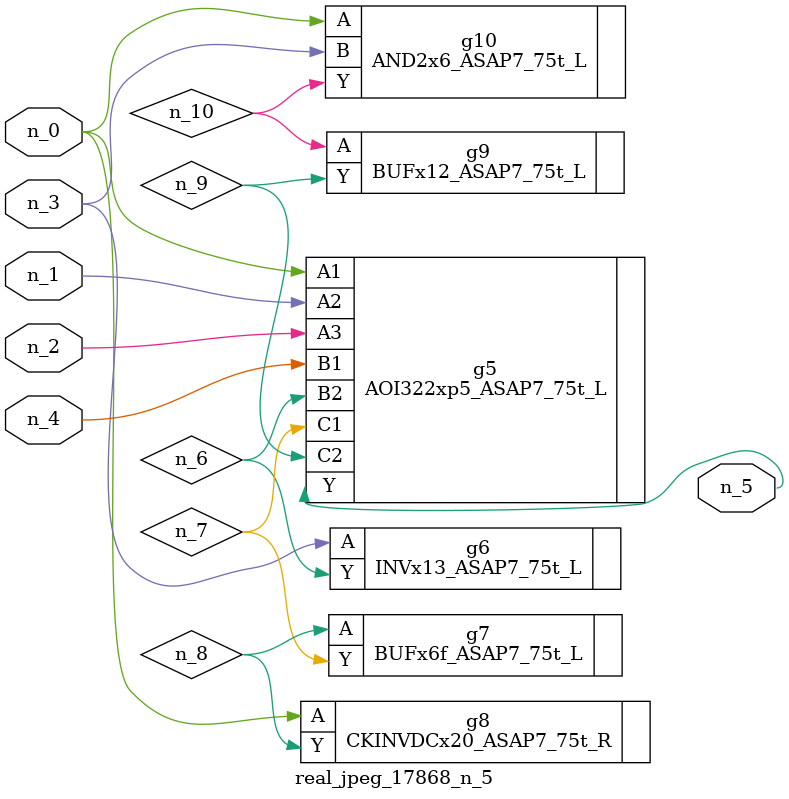
<source format=v>
module real_jpeg_17868_n_5 (n_4, n_0, n_1, n_2, n_3, n_5);

input n_4;
input n_0;
input n_1;
input n_2;
input n_3;

output n_5;

wire n_8;
wire n_6;
wire n_7;
wire n_10;
wire n_9;

AOI322xp5_ASAP7_75t_L g5 ( 
.A1(n_0),
.A2(n_1),
.A3(n_2),
.B1(n_4),
.B2(n_6),
.C1(n_7),
.C2(n_9),
.Y(n_5)
);

CKINVDCx20_ASAP7_75t_R g8 ( 
.A(n_0),
.Y(n_8)
);

AND2x6_ASAP7_75t_L g10 ( 
.A(n_0),
.B(n_3),
.Y(n_10)
);

INVx13_ASAP7_75t_L g6 ( 
.A(n_3),
.Y(n_6)
);

BUFx6f_ASAP7_75t_L g7 ( 
.A(n_8),
.Y(n_7)
);

BUFx12_ASAP7_75t_L g9 ( 
.A(n_10),
.Y(n_9)
);


endmodule
</source>
